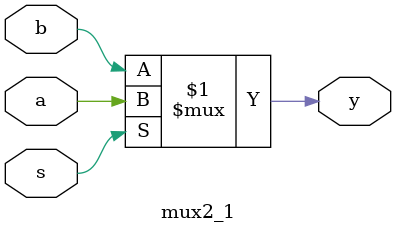
<source format=v>

module and_gate( 
    input a, 
    input b, 
    output out );

    // assing the AND of a and b to out 
 initial 
 begin
 out = a & b;
 end 
 endmodule 



module mux2_1 (
input a,
input b,
input s,
output y);

	assign y = s?a:b;

endmodule

</source>
